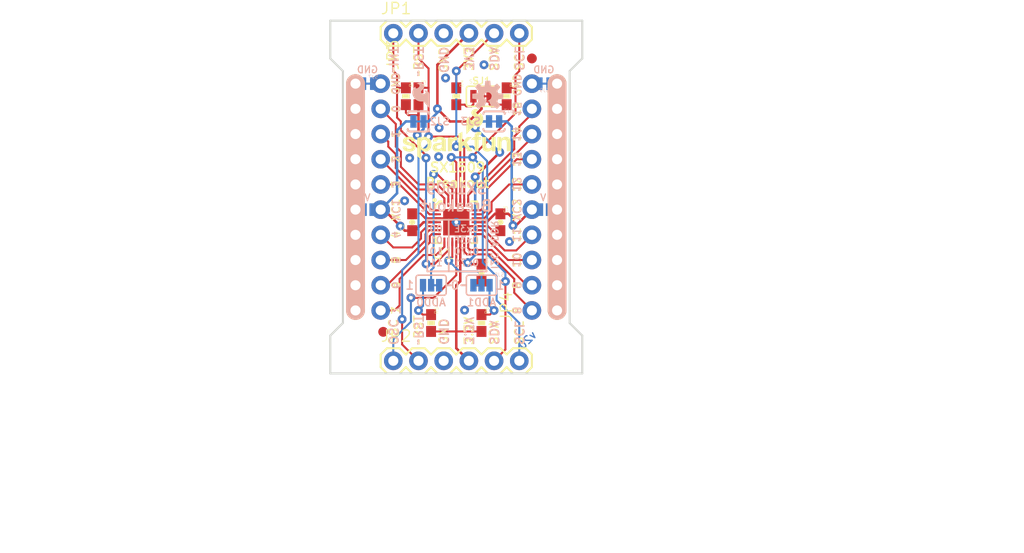
<source format=kicad_pcb>
(kicad_pcb (version 20211014) (generator pcbnew)
  (layers (0 "F.Cu" signal) (31 "B.Cu" signal) (34 "B.Paste" user) (35 "F.Paste" user) (36 "B.SilkS" user "B.Silkscreen") (37 "F.SilkS" user "F.Silkscreen") (38 "B.Mask" user) (39 "F.Mask" user) (44 "Edge.Cuts" user))
  (net 0 "")
  (net 1 "GND")
  (net 2 "3.3V")
  (net 3 "8")
  (net 4 "9")
  (net 5 "10")
  (net 6 "11")
  (net 7 "12")
  (net 8 "13")
  (net 9 "14")
  (net 10 "15")
  (net 11 "0")
  (net 12 "1")
  (net 13 "2")
  (net 14 "3")
  (net 15 "4")
  (net 16 "5")
  (net 17 "6")
  (net 18 "7")
  (net 19 "VCC2")
  (net 20 "VCC1")
  (net 21 "~{RESET}")
  (net 22 "SDA")
  (net 23 "SCL")
  (net 24 "~{INT}")
  (net 25 "OSCIO")
  (net 26 "ADDR0")
  (net 27 "ADDR1")
  (net 28 "N$1")
  (net 29 "N$2")
  (net 30 "N$8")
  (net 31 "N$9")
  (net 32 "PWRBUSA")
  (net 33 "N$3")
  (footprint "boardEagle:0603-RES" (layer "F.Cu") (at 153.5811 94.8436 -90)
    (fp_text reference "R2")
    (fp_text value "10K")
  )
  (footprint "boardEagle:0603-RES" (layer "F.Cu") (at 148.5011 94.8436 -90)
    (fp_text reference "R4")
    (fp_text value "10K")
  )
  (footprint "boardEagle:0603-CAP" (layer "F.Cu") (at 144.0561 107.5436 90)
    (fp_text reference "C2")
    (fp_text value "0.1uF")
  )
  (footprint "boardEagle:0603-CAP" (layer "F.Cu") (at 152.9461 107.5436 -90)
    (fp_text reference "C3")
    (fp_text value "0.1uF")
  )
  (footprint "boardEagle:STAND-OFF" (layer "F.Cu") (at 158.7881 89.6366)
    (fp_text reference "STANDOFF4" hide)
    (fp_text value "STAND-OFF" hide)
  )
  (footprint "boardEagle:0603-RES" (layer "F.Cu") (at 144.6911 94.8436 -90)
    (fp_text reference "R3")
    (fp_text value "10K")
  )
  (footprint "boardEagle:CREATIVE_COMMONS" (layer "F.Cu") (at 122.824644 140.5636)
    (fp_text reference "FRAME1" hide)
    (fp_text value "" hide)
  )
  (footprint "boardEagle:FIDUCIAL-1X2" (layer "F.Cu") (at 156.1211 91.0336)
    (fp_text reference "JP9" hide)
    (fp_text value "FIDUCIAL1X2" hide)
  )
  (footprint "boardEagle:SFE_LOGO_NAME_FLAME_.1" (layer "F.Cu") (at 142.6591 101.3206)
    (fp_text reference "LOGO1" hide)
    (fp_text value "SFE_LOGO_NAME_FLAME.1_INCH" hide)
  )
  (footprint "boardEagle:0603-CAP" (layer "F.Cu") (at 151.0411 112.6236 -90)
    (fp_text reference "C1")
    (fp_text value "0.1uF")
  )
  (footprint "boardEagle:0603-RES" (layer "F.Cu") (at 151.0411 117.7036 -90)
    (fp_text reference "R6")
    (fp_text value "10K")
  )
  (footprint "boardEagle:2X10_ROUND_NOSILK" (layer "F.Cu") (at 139.6111 105.0036 -90)
    (fp_text reference "JP3")
    (fp_text value "")
  )
  (footprint "boardEagle:1X06" (layer "F.Cu") (at 142.1511 88.4936)
    (fp_text reference "JP1")
    (fp_text value "")
  )
  (footprint "boardEagle:2X10_ROUND_NOSILK" (layer "F.Cu") (at 157.3911 105.0036 90)
    (fp_text reference "JP4")
    (fp_text value "")
  )
  (footprint "boardEagle:0603-RES" (layer "F.Cu") (at 143.4211 94.8436 -90)
    (fp_text reference "R1")
    (fp_text value "10K")
  )
  (footprint "boardEagle:QFN-28" (layer "F.Cu") (at 148.5011 107.5436)
    (fp_text reference "U1")
    (fp_text value "SX1509")
  )
  (footprint "boardEagle:1X06" (layer "F.Cu") (at 142.1511 121.5136)
    (fp_text reference "JP2")
    (fp_text value "")
  )
  (footprint "boardEagle:STAND-OFF" (layer "F.Cu") (at 138.2141 120.3706)
    (fp_text reference "STANDOFF1" hide)
    (fp_text value "STAND-OFF" hide)
  )
  (footprint "boardEagle:PAD-JUMPER-3-3OF3_NC_BY_TRACE_YES_SILK_FULL_BOX" (layer "F.Cu") (at 151.0411 94.8436)
    (fp_text reference "SJ1")
    (fp_text value "")
  )
  (footprint "boardEagle:FIDUCIAL-1X2" (layer "F.Cu") (at 141.1351 118.5926)
    (fp_text reference "JP10" hide)
    (fp_text value "FIDUCIAL1X2" hide)
  )
  (footprint "boardEagle:STAND-OFF" (layer "F.Cu") (at 138.2141 89.6366)
    (fp_text reference "STANDOFF2" hide)
    (fp_text value "STAND-OFF" hide)
  )
  (footprint "boardEagle:STAND-OFF" (layer "F.Cu") (at 158.7881 120.3706)
    (fp_text reference "STANDOFF3" hide)
    (fp_text value "STAND-OFF" hide)
  )
  (footprint "boardEagle:0603-RES" (layer "F.Cu") (at 145.9611 117.7036 -90)
    (fp_text reference "R5")
    (fp_text value "10K")
  )
  (footprint "boardEagle:PAD-JUMPER-2-NO_NO_SILK" (layer "B.Cu") (at 139.6111 106.2736)
    (fp_text reference "SJ6")
    (fp_text value "A-VCC1")
  )
  (footprint "boardEagle:PAD-JUMPER-2-NC_BY_TRACE_YES_SILK" (layer "B.Cu") (at 144.6911 97.3836)
    (fp_text reference "SJ2")
    (fp_text value "VCC1-3.3V")
  )
  (footprint "boardEagle:PAD-JUMPER-2-NC_BY_TRACE_NO_SILK" (layer "B.Cu") (at 139.6111 93.5736 180)
    (fp_text reference "SJ7")
    (fp_text value "GND")
  )
  (footprint "boardEagle:PAD-JUMPER-2-NO_NO_SILK" (layer "B.Cu") (at 157.3911 106.2736 180)
    (fp_text reference "SJ8")
    (fp_text value "B-VCC2")
  )
  (footprint "boardEagle:PAD-JUMPER-3-2OF3_NC_BY_TRACE_YES_SILK_FULL_BOX" (layer "B.Cu") (at 151.0411 113.8936 180)
    (fp_text reference "SJ5")
    (fp_text value "")
  )
  (footprint "boardEagle:PAD-JUMPER-2-NC_BY_TRACE_NO_SILK" (layer "B.Cu") (at 157.3911 93.5736)
    (fp_text reference "SJ9")
    (fp_text value "GND")
  )
  (footprint "boardEagle:PAD-JUMPER-3-2OF3_NC_BY_TRACE_YES_SILK_FULL_BOX" (layer "B.Cu") (at 145.9611 113.8936)
    (fp_text reference "SJ4")
    (fp_text value "")
  )
  (footprint "boardEagle:SFE_LOGO_FLAME_.1" (layer "B.Cu") (at 146.0881 96.3676 180)
    (fp_text reference "LOGO2" hide)
    (fp_text value "SFE_LOGO_FLAME.1_INCH" hide)
  )
  (footprint "boardEagle:PAD-JUMPER-2-NC_BY_TRACE_YES_SILK" (layer "B.Cu") (at 152.3111 97.3836 180)
    (fp_text reference "SJ3")
    (fp_text value "VCC2-3.3V")
  )
  (footprint "boardEagle:OSHW-LOGO-S" (layer "B.Cu") (at 151.6761 94.8436 180)
    (fp_text reference "LOGO3" hide)
    (fp_text value "OSHW-LOGOS" hide)
  )
  (gr_line (start 138.3411 93.5736) (end 138.3411 116.4336) (layer "B.SilkS") (width 1.905))
  (gr_line (start 149.4536 113.8936) (end 149.0091 113.8936) (layer "B.SilkS") (width 0.2032))
  (gr_line (start 147.7391 112.3696) (end 147.7391 107.2896) (layer "B.SilkS") (width 0.1778))
  (gr_line (start 151.5491 112.4966) (end 145.5801 112.4966) (layer "B.SilkS") (width 0.1778))
  (gr_line (start 158.6611 93.5736) (end 158.6611 116.4336) (layer "B.SilkS") (width 1.905))
  (gr_line (start 145.5801 107.2896) (end 147.7391 107.2896) (layer "B.SilkS") (width 0.1778))
  (gr_line (start 147.5486 113.8936) (end 147.9296 113.8936) (layer "B.SilkS") (width 0.2032))
  (gr_line (start 151.5491 107.2896) (end 151.5491 112.4966) (layer "B.SilkS") (width 0.1778))
  (gr_line (start 147.7391 107.2896) (end 151.5491 107.2896) (layer "B.SilkS") (width 0.1778))
  (gr_line (start 145.5801 112.4966) (end 145.5801 107.2896) (layer "B.SilkS") (width 0.1778))
  (gr_line (start 138.3411 93.5736) (end 138.3411 116.4336) (layer "F.SilkS") (width 1.905))
  (gr_line (start 158.6611 93.5736) (end 158.6611 116.4336) (layer "F.SilkS") (width 1.905))
  (gr_line (start 159.9311 117.7036) (end 159.9311 92.3036) (layer "Edge.Cuts") (width 0.2032))
  (gr_line (start 135.8011 118.9736) (end 135.8011 122.7836) (layer "Edge.Cuts") (width 0.2032))
  (gr_line (start 135.8011 91.0336) (end 137.0711 92.3036) (layer "Edge.Cuts") (width 0.2032))
  (gr_line (start 161.2011 122.7836) (end 161.2011 118.9736) (layer "Edge.Cuts") (width 0.2032))
  (gr_line (start 161.2011 91.0336) (end 161.2011 87.2236) (layer "Edge.Cuts") (width 0.2032))
  (gr_line (start 159.9311 92.3036) (end 161.2011 91.0336) (layer "Edge.Cuts") (width 0.2032))
  (gr_line (start 135.8011 87.2236) (end 135.8011 91.0336) (layer "Edge.Cuts") (width 0.2032))
  (gr_line (start 135.8011 122.7836) (end 161.2011 122.7836) (layer "Edge.Cuts") (width 0.2032))
  (gr_line (start 137.0711 117.7036) (end 135.8011 118.9736) (layer "Edge.Cuts") (width 0.2032))
  (gr_line (start 161.2011 118.9736) (end 159.9311 117.7036) (layer "Edge.Cuts") (width 0.2032))
  (gr_line (start 161.2011 87.2236) (end 135.8011 87.2236) (layer "Edge.Cuts") (width 0.2032))
  (gr_line (start 137.0711 92.3036) (end 137.0711 117.7036) (layer "Edge.Cuts") (width 0.2032))
  (gr_text "v20" (at 156.7561 118.9736 -315) (layer "B.Cu") (effects (font (size 0.75565 0.75565) (thickness 0.13335)) (justify left bottom mirror)))
  (gr_text "~RST" (at 144.6911 119.9896 -90) (layer "B.SilkS") (effects (font (size 0.8636 0.8636) (thickness 0.1524)) (justify left mirror)))
  (gr_text "GND" (at 147.2311 119.9896 -90) (layer "B.SilkS") (effects (font (size 0.8636 0.8636) (thickness 0.1524)) (justify left mirror)))
  (gr_text "3V3" (at 149.7711 89.7636 -90) (layer "B.SilkS") (effects (font (size 0.8636 0.8636) (thickness 0.1524)) (justify right mirror)))
  (gr_text "6" (at 141.9479 113.8936 -90) (layer "B.SilkS") (effects (font (size 0.77724 0.77724) (thickness 0.13716)) (justify bottom mirror)))
  (gr_text "0" (at 148.3741 113.8936) (layer "B.SilkS") (effects (font (size 0.8636 0.8636) (thickness 0.1524)) (justify mirror)))
  (gr_text "I2C ADDR" (at 151.9301 109.8296 -90) (layer "B.SilkS") (effects (font (size 0.69088 0.69088) (thickness 0.12192)) (justify bottom mirror)))
  (gr_text "12" (at 155.0543 103.7336 -90) (layer "B.SilkS") (effects (font (size 0.77724 0.77724) (thickness 0.13716)) (justify top mirror)))
  (gr_text "15" (at 155.0543 96.1136 -90) (layer "B.SilkS") (effects (font (size 0.77724 0.77724) (thickness 0.13716)) (justify top mirror)))
  (gr_text "ADD1" (at 151.0411 115.1636) (layer "B.SilkS") (effects (font (size 0.77724 0.77724) (thickness 0.13716)) (justify top mirror)))
  (gr_text "9" (at 155.0543 113.8936 -90) (layer "B.SilkS") (effects (font (size 0.77724 0.77724) (thickness 0.13716)) (justify top mirror)))
  (gr_text "~INT" (at 142.1511 89.7636 -90) (layer "B.SilkS") (effects (font (size 0.8636 0.8636) (thickness 0.1524)) (justify right mirror)))
  (gr_text "SX1509\nBreakout" (at 148.5011 106.5276) (layer "B.SilkS") (effects (font (size 1.0795 1.0795) (thickness 0.1905)) (justify bottom mirror)))
  (gr_text "OSC" (at 142.1511 119.9896 -90) (layer "B.SilkS") (effects (font (size 0.8636 0.8636) (thickness 0.1524)) (justify left mirror)))
  (gr_text "0x3E" (at 149.5171 107.7976) (layer "B.SilkS") (effects (font (size 0.69088 0.69088) (thickness 0.12192)) (justify top mirror)))
  (gr_text "GND" (at 139.5476 92.5703) (layer "B.SilkS") (effects (font (size 0.69088 0.69088) (thickness 0.12192)) (justify bottom mirror)))
  (gr_text "VC2" (at 155.0543 106.2736 -90) (layer "B.SilkS") (effects (font (size 0.77724 0.77724) (thickness 0.13716)) (justify top mirror)))
  (gr_text "V" (at 157.2641 105.4608) (layer "B.SilkS") (effects (font (size 0.69088 0.69088) (thickness 0.12192)) (justify bottom mirror)))
  (gr_text "5" (at 141.9479 111.3536 -90) (layer "B.SilkS") (effects (font (size 0.77724 0.77724) (thickness 0.13716)) (justify bottom mirror)))
  (gr_text "3.3V" (at 149.7711 119.9896 -90) (layer "B.SilkS") (effects (font (size 0.8636 0.8636) (thickness 0.1524)) (justify left mirror)))
  (gr_text "V" (at 139.5476 105.4608) (layer "B.SilkS") (effects (font (size 0.69088 0.69088) (thickness 0.12192)) (justify bottom mirror)))
  (gr_text "~RST" (at 144.6911 89.7636 -90) (layer "B.SilkS") (effects (font (size 0.8636 0.8636) (thickness 0.1524)) (justify right mirror)))
  (gr_text "10" (at 146.4691 110.0836) (layer "B.SilkS") (effects (font (size 0.69088 0.69088) (thickness 0.12192)) (justify top mirror)))
  (gr_text "11" (at 146.4691 111.2266) (layer "B.SilkS") (effects (font (size 0.69088 0.69088) (thickness 0.12192)) (justify top mirror)))
  (gr_text "8" (at 155.0543 116.4336 -90) (layer "B.SilkS") (effects (font (size 0.77724 0.77724) (thickness 0.13716)) (justify top mirror)))
  (gr_text "SCL" (at 154.8511 119.9896 -90) (layer "B.SilkS") (effects (font (size 0.8636 0.8636) (thickness 0.1524)) (justify left mirror)))
  (gr_text "GND" (at 157.3276 92.5703) (layer "B.SilkS") (effects (font (size 0.69088 0.69088) (thickness 0.12192)) (justify bottom mirror)))
  (gr_text "1" (at 141.9479 98.6536 -90) (layer "B.SilkS") (effects (font (size 0.77724 0.77724) (thickness 0.13716)) (justify bottom mirror)))
  (gr_text "2" (at 141.9479 101.1936 -90) (layer "B.SilkS") (effects (font (size 0.77724 0.77724) (thickness 0.13716)) (justify bottom mirror)))
  (gr_text "01" (at 146.4691 108.9406) (layer "B.SilkS") (effects (font (size 0.69088 0.69088) (thickness 0.12192)) (justify top mirror)))
  (gr_text "SJ2" (at 145.7325 97.3836) (layer "B.SilkS") (effects (font (size 0.75565 0.75565) (thickness 0.13335)) (justify right mirror)))
  (gr_text "SDA" (at 152.3111 119.9896 -90) (layer "B.SilkS") (effects (font (size 0.8636 0.8636) (thickness 0.1524)) (justify left mirror)))
  (gr_text "4" (at 141.9479 108.8136 -90) (layer "B.SilkS") (effects (font (size 0.77724 0.77724) (thickness 0.13716)) (justify bottom mirror)))
  (gr_text "3" (at 141.9479 103.7336 -90) (layer "B.SilkS") (effects (font (size 0.77724 0.77724) (thickness 0.13716)) (justify bottom mirror)))
  (gr_text "14" (at 155.0543 98.6536 -90) (layer "B.SilkS") (effects (font (size 0.77724 0.77724) (thickness 0.13716)) (justify top mirror)))
  (gr_text "0x3F" (at 149.5171 108.9406) (layer "B.SilkS") (effects (font (size 0.69088 0.69088) (thickness 0.12192)) (justify top mirror)))
  (gr_text "11" (at 155.0543 108.8136 -90) (layer "B.SilkS") (effects (font (size 0.77724 0.77724) (thickness 0.13716)) (justify top mirror)))
  (gr_text "0" (at 141.9479 96.1136 -90) (layer "B.SilkS") (effects (font (size 0.77724 0.77724) (thickness 0.13716)) (justify bottom mirror)))
  (gr_text "0x71" (at 149.5171 111.2266) (layer "B.SilkS") (effects (font (size 0.69088 0.69088) (thickness 0.12192)) (justify top mirror)))
  (gr_text "00" (at 146.4691 107.7976) (layer "B.SilkS") (effects (font (size 0.69088 0.69088) (thickness 0.12192)) (justify top mirror)))
  (gr_text "13" (at 155.0543 101.1936 -90) (layer "B.SilkS") (effects (font (size 0.77724 0.77724) (thickness 0.13716)) (justify top mirror)))
  (gr_text "SDA" (at 152.3111 89.7636 -90) (layer "B.SilkS") (effects (font (size 0.8636 0.8636) (thickness 0.1524)) (justify right mirror)))
  (gr_text "7" (at 141.9479 116.4336 -90) (layer "B.SilkS") (effects (font (size 0.77724 0.77724) (thickness 0.13716)) (justify bottom mirror)))
  (gr_text "1" (at 152.9461 113.8936) (layer "B.SilkS") (effects (font (size 0.8636 0.8636) (thickness 0.1524)) (justify mirror)))
  (gr_text "SJ3" (at 151.0411 97.3836) (layer "B.SilkS") (effects (font (size 0.75565 0.75565) (thickness 0.13335)) (justify left mirror)))
  (gr_text "GND" (at 141.9479 93.5736 -90) (layer "B.SilkS") (effects (font (size 0.73406 0.73406) (thickness 0.12954)) (justify bottom mirror)))
  (gr_text "0x70" (at 149.5171 110.0836) (layer "B.SilkS") (effects (font (size 0.69088 0.69088) (thickness 0.12192)) (justify top mirror)))
  (gr_text "1" (at 143.8021 113.8936) (layer "B.SilkS") (effects (font (size 0.8636 0.8636) (thickness 0.1524)) (justify mirror)))
  (gr_text "SCL" (at 154.8511 89.7636 -90) (layer "B.SilkS") (effects (font (size 0.8636 0.8636) (thickness 0.1524)) (justify right mirror)))
  (gr_text "VC1" (at 141.9479 106.2736 -90) (layer "B.SilkS") (effects (font (size 0.77724 0.77724) (thickness 0.13716)) (justify bottom mirror)))
  (gr_text "ADD0" (at 145.9611 115.1636) (layer "B.SilkS") (effects (font (size 0.77724 0.77724) (thickness 0.13716)) (justify top mirror)))
  (gr_text "10" (at 155.0543 111.3536 -90) (layer "B.SilkS") (effects (font (size 0.77724 0.77724) (thickness 0.13716)) (justify top mirror)))
  (gr_text "GND" (at 155.0543 93.7006 -90) (layer "B.SilkS") (effects (font (size 0.73406 0.73406) (thickness 0.12954)) (justify top mirror)))
  (gr_text "GND" (at 147.2311 89.7636 -90) (layer "B.SilkS") (effects (font (size 0.8636 0.8636) (thickness 0.1524)) (justify right mirror)))
  (gr_text "2" (at 141.9479 101.1936 90) (layer "F.SilkS") (effects (font (size 0.77724 0.77724) (thickness 0.13716)) (justify top)))
  (gr_text "0" (at 141.9479 96.1136 90) (layer "F.SilkS") (effects (font (size 0.77724 0.77724) (thickness 0.13716)) (justify top)))
  (gr_text "~INT" (at 142.1511 89.7636 90) (layer "F.SilkS") (effects (font (size 0.8636 0.8636) (thickness 0.1524)) (justify right)))
  (gr_text "SJ1" (at 151.0411 93.7006) (layer "F.SilkS") (effects (font (size 0.69088 0.69088) (thickness 0.12192)) (justify bottom)))
  (gr_text "7" (at 141.9479 116.4336 90) (layer "F.SilkS") (effects (font (size 0.77724 0.77724) (thickness 0.13716)) (justify top)))
  (gr_text "GND" (at 141.9479 93.5736 90) (layer "F.SilkS") (effects (font (size 0.73406 0.73406) (thickness 0.12954)) (justify top)))
  (gr_text "9" (at 155.0543 113.8936 90) (layer "F.SilkS") (effects (font (size 0.77724 0.77724) (thickness 0.13716)) (justify bottom)))
  (gr_text "SDA" (at 152.3111 119.9896 90) (layer "F.SilkS") (effects (font (size 0.8636 0.8636) (thickness 0.1524)) (justify left)))
  (gr_text "SCL" (at 154.8511 89.7636 90) (layer "F.SilkS") (effects (font (size 0.8636 0.8636) (thickness 0.1524)) (justify right)))
  (gr_text "10" (at 155.0543 111.3536 90) (layer "F.SilkS") (effects (font (size 0.77724 0.77724) (thickness 0.13716)) (justify bottom)))
  (gr_text "GND" (at 155.0543 93.7006 90) (layer "F.SilkS") (effects (font (size 0.73406 0.73406) (thickness 0.12954)) (justify bottom)))
  (gr_text "1" (at 141.9479 98.6536 90) (layer "F.SilkS") (effects (font (size 0.77724 0.77724) (thickness 0.13716)) (justify top)))
  (gr_text "SCL" (at 154.8511 119.9896 90) (layer "F.SilkS") (effects (font (size 0.8636 0.8636) (thickness 0.1524)) (justify left)))
  (gr_text "~RST" (at 144.6911 89.7636 90) (layer "F.SilkS") (effects (font (size 0.8636 0.8636) (thickness 0.1524)) (justify right)))
  (gr_text "OSC" (at 142.1511 119.9896 90) (layer "F.SilkS") (effects (font (size 0.8636 0.8636) (thickness 0.1524)) (justify left)))
  (gr_text "14" (at 155.0543 98.6536 90) (layer "F.SilkS") (effects (font (size 0.77724 0.77724) (thickness 0.13716)) (justify bottom)))
  (gr_text "4" (at 141.9479 108.8136 90) (layer "F.SilkS") (effects (font (size 0.77724 0.77724) (thickness 0.13716)) (justify top)))
  (gr_text "8" (at 155.0543 116.4336 90) (layer "F.SilkS") (effects (font (size 0.77724 0.77724) (thickness 0.13716)) (justify bottom)))
  (gr_text "VC2" (at 155.0543 106.2736 90) (layer "F.SilkS") (effects (font (size 0.77724 0.77724) (thickness 0.13716)) (justify bottom)))
  (gr_text "3.3V" (at 149.7711 119.9896 90) (layer "F.SilkS") (effects (font (size 0.8636 0.8636) (thickness 0.1524)) (justify left)))
  (gr_text "SDA" (at 152.3111 89.7636 90) (layer "F.SilkS") (effects (font (size 0.8636 0.8636) (thickness 0.1524)) (justify right)))
  (gr_text "13" (at 155.0543 101.1936 90) (layer "F.SilkS") (effects (font (size 0.77724 0.77724) (thickness 0.13716)) (justify bottom)))
  (gr_text "~RST" (at 144.6911 119.9896 90) (layer "F.SilkS") (effects (font (size 0.8636 0.8636) (thickness 0.1524)) (justify left)))
  (gr_text "GND" (at 147.2311 119.9896 90) (layer "F.SilkS") (effects (font (size 0.8636 0.8636) (thickness 0.1524)) (justify left)))
  (gr_text "11" (at 155.0543 108.8136 90) (layer "F.SilkS") (effects (font (size 0.77724 0.77724) (thickness 0.13716)) (justify bottom)))
  (gr_text "15" (at 155.0543 96.1136 90) (layer "F.SilkS") (effects (font (size 0.73406 0.73406) (thickness 0.12954)) (justify bottom)))
  (gr_text "3V3" (at 149.7711 89.7636 90) (layer "F.SilkS") (effects (font (size 0.8636 0.8636) (thickness 0.1524)) (justify right)))
  (gr_text "SX1509\nBreakout" (at 148.6281 101.4476) (layer "F.SilkS") (effects (font (size 0.97155 0.97155) (thickness 0.17145)) (justify top)))
  (gr_text "12" (at 155.0543 103.7336 90) (layer "F.SilkS") (effects (font (size 0.77724 0.77724) (thickness 0.13716)) (justify bottom)))
  (gr_text "GND" (at 147.2311 89.7636 90) (layer "F.SilkS") (effects (font (size 0.8636 0.8636) (thickness 0.1524)) (justify right)))
  (gr_text "3" (at 141.9479 103.7336 90) (layer "F.SilkS") (effects (font (size 0.77724 0.77724) (thickness 0.13716)) (justify top)))
  (gr_text "VC1" (at 141.9479 106.2736 90) (layer "F.SilkS") (effects (font (size 0.77724 0.77724) (thickness 0.13716)) (justify top)))
  (gr_text "6" (at 141.9479 113.8936 90) (layer "F.SilkS") (effects (font (size 0.77724 0.77724) (thickness 0.13716)) (justify top)))
  (gr_text "5" (at 141.9479 111.3536 90) (layer "F.SilkS") (effects (font (size 0.77724 0.77724) (thickness 0.13716)) (justify top)))
  (segment (start 151.6951 107.9436) (end 152.3111 108.5596) (width 0.2032) (layer "F.Cu") (net 1))
  (segment (start 148.5011 107.5436) (end 148.9011 107.9436) (width 0.2032) (layer "F.Cu") (net 1))
  (segment (start 145.3706 107.1436) (end 146.5261 107.1436) (width 0.2032) (layer "F.Cu") (net 1))
  (segment (start 148.5011 107.1436) (end 148.5011 107.5436) (width 0.2032) (layer "F.Cu") (net 1))
  (segment (start 150.4761 107.9436) (end 151.6951 107.9436) (width 0.2032) (layer "F.Cu") (net 1))
  (segment (start 145.3706 107.1436) (end 144.8816 106.6546) (width 0.2032) (layer "F.Cu") (net 1))
  (segment (start 148.9011 107.9436) (end 150.4761 107.9436) (width 0.2032) (layer "F.Cu") (net 1))
  (segment (start 146.5261 107.1436) (end 148.1011 107.1436) (width 0.2032) (layer "F.Cu") (net 1))
  (segment (start 148.1011 107.1436) (end 148.5011 107.5436) (width 0.2032) (layer "F.Cu") (net 1))
  (via (at 143.2941 105.3846) (size 0.889) (drill 0.381) (layers "F.Cu" "B.Cu") (net 1))
  (via (at 146.7739 98.0186) (size 0.889) (drill 0.381) (layers "F.Cu" "B.Cu") (net 1))
  (via (at 151.2951 91.6686) (size 0.889) (drill 0.381) (layers "F.Cu" "B.Cu") (net 1))
  (via (at 148.5011 107.5436) (size 0.889) (drill 0.381) (layers "F.Cu" "B.Cu") (net 1))
  (via (at 149.3393 116.4082) (size 0.889) (drill 0.381) (layers "F.Cu" "B.Cu") (net 1))
  (via (at 143.8021 101.0666) (size 0.889) (drill 0.381) (layers "F.Cu" "B.Cu") (net 1))
  (via (at 153.8605 109.4994) (size 0.889) (drill 0.381) (layers "F.Cu" "B.Cu") (net 1))
  (via (at 147.4216 93.0021) (size 0.889) (drill 0.381) (layers "F.Cu" "B.Cu") (net 1))
  (via (at 146.7231 100.9396) (size 0.889) (drill 0.381) (layers "F.Cu" "B.Cu") (net 1))
  (segment (start 148.5011 107.5436) (end 148.1011 107.5436) (width 0.2032) (layer "B.Cu") (net 1))
  (segment (start 140.1191 93.5736) (end 140.8811 93.5736) (width 0.2032) (layer "B.Cu") (net 1))
  (segment (start 156.8831 93.5736) (end 156.1211 93.5736) (width 0.2032) (layer "B.Cu") (net 1))
  (segment (start 148.9011 109.5186) (end 148.9011 110.0836) (width 0.2032) (layer "F.Cu") (net 2))
  (segment (start 147.8661 97.3836) (end 146.5961 96.1136) (width 0.254) (layer "F.Cu") (net 2))
  (segment (start 149.7711 88.4936) (end 146.5961 91.6686) (width 0.254) (layer "F.Cu") (net 2))
  (segment (start 149.8101 111.7736) (end 151.0411 111.7736) (width 0.254) (layer "F.Cu") (net 2))
  (segment (start 144.6911 96.7486) (end 144.6911 98.6536) (width 0.254) (layer "F.Cu") (net 2))
  (segment (start 148.5011 118.5536) (end 148.5011 118.9736) (width 0.2032) (layer "F.Cu") (net 2))
  (segment (start 148.9011 111.6076) (end 148.9011 113.4936) (width 0.254) (layer "F.Cu") (net 2))
  (segment (start 151.0411 118.5536) (end 148.5011 118.5536) (width 0.2032) (layer "F.Cu") (net 2))
  (segment (start 151.0411 94.8436) (end 151.0411 96.1136) (width 0.254) (layer "F.Cu") (net 2))
  (segment (start 149.6441 111.6076) (end 149.8101 111.7736) (width 0.254) (layer "F.Cu") (net 2))
  (segment (start 147.8661 97.3836) (end 149.7711 97.3836) (width 0.254) (layer "F.Cu") (net 2))
  (segment (start 145.9611 118.5536) (end 148.5011 118.5536) (width 0.2032) (layer "F.Cu") (net 2))
  (segment (start 148.9011 110.0836) (end 148.9011 111.6076) (width 0.254) (layer "F.Cu") (net 2))
  (segment (start 148.5011 120.2436) (end 148.5011 118.9736) (width 0.254) (layer "F.Cu") (net 2))
  (segment (start 149.7711 121.5136) (end 148.5011 120.2436) (width 0.254) (layer "F.Cu") (net 2))
  (segment (start 151.0411 96.1136) (end 149.7711 97.3836) (width 0.254) (layer "F.Cu") (net 2))
  (segment (start 148.5011 118.9736) (end 148.5011 113.8936) (width 0.254) (layer "F.Cu") (net 2))
  (segment (start 152.8826 100.4951) (end 150.4061 102.9716) (width 0.254) (layer "F.Cu") (net 2))
  (segment (start 144.6911 95.6936) (end 144.6911 96.7486) (width 0.254) (layer "F.Cu") (net 2))
  (segment (start 149.6441 111.6076) (end 148.9011 111.6076) (width 0.254) (layer "F.Cu") (net 2))
  (segment (start 143.4211 96.4946) (end 143.6751 96.7486) (width 0.2032) (layer "F.Cu") (net 2))
  (segment (start 143.4211 95.6936) (end 143.4211 96.4946) (width 0.2032) (layer "F.Cu") (net 2))
  (segment (start 144.6911 98.6536) (end 144.5641 98.7806) (width 0.254) (layer "F.Cu") (net 2))
  (segment (start 146.5961 91.6686) (end 146.5961 96.1136) (width 0.254) (layer "F.Cu") (net 2))
  (segment (start 148.9011 113.4936) (end 148.5011 113.8936) (width 0.254) (layer "F.Cu") (net 2))
  (segment (start 143.6751 96.7486) (end 144.6911 96.7486) (width 0.2032) (layer "F.Cu") (net 2))
  (segment (start 150.4061 98.0186) (end 149.7711 97.3836) (width 0.254) (layer "F.Cu") (net 2))
  (via (at 150.4061 98.0186) (size 0.889) (drill 0.381) (layers "F.Cu" "B.Cu") (net 2))
  (via (at 144.5641 98.7806) (size 0.889) (drill 0.381) (layers "F.Cu" "B.Cu") (net 2))
  (via (at 149.6441 111.6076) (size 0.889) (drill 0.381) (layers "F.Cu" "B.Cu") (net 2))
  (via (at 152.8826 100.4951) (size 0.889) (drill 0.381) (layers "F.Cu" "B.Cu") (net 2))
  (via (at 150.4061 102.9716) (size 0.889) (drill 0.381) (layers "F.Cu" "B.Cu") (net 2))
  (via (at 146.5961 96.1136) (size 0.889) (drill 0.381) (layers "F.Cu" "B.Cu") (net 2))
  (segment (start 145.1991 98.1456) (end 144.5641 98.7806) (width 0.254) (layer "B.Cu") (net 2))
  (segment (start 146.5961 96.4946) (end 146.5961 96.1136) (width 0.254) (layer "B.Cu") (net 2))
  (segment (start 151.8031 97.3836) (end 151.0411 97.3836) (width 0.254) (layer "B.Cu") (net 2))
  (segment (start 151.0411 97.3836) (end 150.4061 98.0186) (width 0.254) (layer "B.Cu") (net 2))
  (segment (start 150.4061 98.0186) (end 152.8826 100.4951) (width 0.254) (layer "B.Cu") (net 2))
  (segment (start 145.1991 97.3836) (end 145.1991 98.1456) (width 0.254) (layer "B.Cu") (net 2))
  (segment (start 149.6441 111.6076) (end 150.4061 110.8456) (width 0.254) (layer "B.Cu") (net 2))
  (segment (start 145.7071 97.3836) (end 146.5961 96.4946) (width 0.254) (layer "B.Cu") (net 2))
  (segment (start 150.4061 110.8456) (end 150.4061 102.9716) (width 0.254) (layer "B.Cu") (net 2))
  (segment (start 145.1991 97.3836) (end 145.7071 97.3836) (width 0.254) (layer "B.Cu") (net 2))
  (segment (start 149.3011 110.5026) (end 149.5806 110.7821) (width 0.2032) (layer "F.Cu") (net 3))
  (segment (start 151.8666 110.7821) (end 149.5806 110.7821) (width 0.2032) (layer "F.Cu") (net 3))
  (segment (start 151.8666 110.7821) (end 154.3431 113.2586) (width 0.2032) (layer "F.Cu") (net 3))
  (segment (start 149.3011 109.5186) (end 149.3011 110.5026) (width 0.2032) (layer "F.Cu") (net 3))
  (segment (start 154.3431 113.2586) (end 154.3431 114.6556) (width 0.2032) (layer "F.Cu") (net 3))
  (segment (start 154.3431 114.6556) (end 156.1211 116.4336) (width 0.2032) (layer "F.Cu") (net 3))
  (segment (start 149.7011 109.5186) (end 149.7011 110.1406) (width 0.2032) (layer "F.Cu") (net 4))
  (segment (start 152.0571 110.3376) (end 155.6131 113.8936) (width 0.2032) (layer "F.Cu") (net 4))
  (segment (start 149.8981 110.3376) (end 152.0571 110.3376) (width 0.2032) (layer "F.Cu") (net 4))
  (segment (start 149.7011 110.1406) (end 149.8981 110.3376) (width 0.2032) (layer "F.Cu") (net 4))
  (segment (start 155.6131 113.8936) (end 156.1211 113.8936) (width 0.2032) (layer "F.Cu") (net 4))
  (segment (start 153.7081 111.3536) (end 156.1211 111.3536) (width 0.2032) (layer "F.Cu") (net 5))
  (segment (start 151.0981 108.7436) (end 153.7081 111.3536) (width 0.2032) (layer "F.Cu") (net 5))
  (segment (start 150.4761 108.7436) (end 151.0981 108.7436) (width 0.2032) (layer "F.Cu") (net 5))
  (segment (start 153.3779 110.3884) (end 154.5463 110.3884) (width 0.2032) (layer "F.Cu") (net 6))
  (segment (start 154.5463 110.3884) (end 156.1211 108.8136) (width 0.2032) (layer "F.Cu") (net 6))
  (segment (start 150.4761 108.3436) (end 151.3331 108.3436) (width 0.2032) (layer "F.Cu") (net 6))
  (segment (start 151.3331 108.3436) (end 153.3779 110.3884) (width 0.2032) (layer "F.Cu") (net 6))
  (segment (start 152.0571 105.5116) (end 152.0571 106.4006) (width 0.2032) (layer "F.Cu") (net 7))
  (segment (start 150.4761 107.1436) (end 151.3141 107.1436) (width 0.2032) (layer "F.Cu") (net 7))
  (segment (start 152.0571 105.5116) (end 153.8351 103.7336) (width 0.2032) (layer "F.Cu") (net 7))
  (segment (start 153.8351 103.7336) (end 156.1211 103.7336) (width 0.2032) (layer "F.Cu") (net 7))
  (segment (start 151.3141 107.1436) (end 152.0571 106.4006) (width 0.2032) (layer "F.Cu") (net 7))
  (segment (start 150.4761 106.7436) (end 151.1172 106.7436) (width 0.2032) (layer "F.Cu") (net 8))
  (segment (start 151.6126 104.1781) (end 154.5971 101.1936) (width 0.2032) (layer "F.Cu") (net 8))
  (segment (start 151.1172 106.7436) (end 151.6126 106.2482) (width 0.2032) (layer "F.Cu") (net 8))
  (segment (start 154.5971 101.1936) (end 156.1211 101.1936) (width 0.2032) (layer "F.Cu") (net 8))
  (segment (start 151.6126 106.2482) (end 151.6126 104.1781) (width 0.2032) (layer "F.Cu") (net 8))
  (segment (start 151.1681 103.9876) (end 151.1681 106.1212) (width 0.2032) (layer "F.Cu") (net 9))
  (segment (start 156.1211 99.0346) (end 156.1211 98.6536) (width 0.2032) (layer "F.Cu") (net 9))
  (segment (start 150.4761 106.3436) (end 150.9457 106.3436) (width 0.2032) (layer "F.Cu") (net 9))
  (segment (start 151.1681 106.1212) (end 150.9457 106.3436) (width 0.2032) (layer "F.Cu") (net 9))
  (segment (start 156.1211 99.0346) (end 151.1681 103.9876) (width 0.2032) (layer "F.Cu") (net 9))
  (segment (start 156.1211 96.6216) (end 156.1211 96.1136) (width 0.2032) (layer "F.Cu") (net 10))
  (segment (start 149.7011 104.8196) (end 154.3431 100.1776) (width 0.2032) (layer "F.Cu") (net 10))
  (segment (start 154.3431 100.1776) (end 154.3431 98.9076) (width 0.2032) (layer "F.Cu") (net 10))
  (segment (start 154.8511 98.3996) (end 154.8511 97.8916) (width 0.2032) (layer "F.Cu") (net 10))
  (segment (start 154.3431 98.9076) (end 154.8511 98.3996) (width 0.2032) (layer "F.Cu") (net 10))
  (segment (start 149.7011 105.5686) (end 149.7011 104.8196) (width 0.2032) (layer "F.Cu") (net 10))
  (segment (start 154.8511 97.8916) (end 156.1211 96.6216) (width 0.2032) (layer "F.Cu") (net 10))
  (segment (start 147.7011 105.5686) (end 147.7011 104.8386) (width 0.2032) (layer "F.Cu") (net 11))
  (segment (start 142.4051 97.6376) (end 140.8811 96.1136) (width 0.2032) (layer "F.Cu") (net 11))
  (segment (start 144.6911 103.7336) (end 146.5961 103.7336) (width 0.2032) (layer "F.Cu") (net 11))
  (segment (start 142.9131 101.9556) (end 144.6911 103.7336) (width 0.2032) (layer "F.Cu") (net 11))
  (segment (start 142.4051 99.9236) (end 142.4051 97.6376) (width 0.2032) (layer "F.Cu") (net 11))
  (segment (start 142.9131 100.4316) (end 142.9131 101.9556) (width 0.2032) (layer "F.Cu") (net 11))
  (segment (start 142.4051 99.9236) (end 142.9131 100.4316) (width 0.2032) (layer "F.Cu") (net 11))
  (segment (start 147.7011 104.8386) (end 146.5961 103.7336) (width 0.2032) (layer "F.Cu") (net 11))
  (segment (start 142.4051 100.6856) (end 142.4051 102.0826) (width 0.2032) (layer "F.Cu") (net 12))
  (segment (start 141.6431 99.9236) (end 142.4051 100.6856) (width 0.2032) (layer "F.Cu") (net 12))
  (segment (start 142.4051 102.0826) (end 144.5641 104.2416) (width 0.2032) (layer "F.Cu") (net 12))
  (segment (start 141.6431 99.4156) (end 140.8811 98.6536) (width 0.2032) (layer "F.Cu") (net 12))
  (segment (start 147.3011 105.5686) (end 147.3011 105.1371) (width 0.2032) (layer "F.Cu") (net 12))
  (segment (start 141.6431 99.9236) (end 141.6431 99.4156) (width 0.2032) (layer "F.Cu") (net 12))
  (segment (start 144.5641 104.2416) (end 146.4056 104.2416) (width 0.2032) (layer "F.Cu") (net 12))
  (segment (start 146.4056 104.2416) (end 147.3011 105.1371) (width 0.2032) (layer "F.Cu") (net 12))
  (segment (start 146.0311 106.3436) (end 140.8811 101.1936) (width 0.2032) (layer "F.Cu") (net 13))
  (segment (start 146.5261 106.3436) (end 146.0311 106.3436) (width 0.2032) (layer "F.Cu") (net 13))
  (segment (start 142.7861 103.7336) (end 140.8811 103.7336) (width 0.2032) (layer "F.Cu") (net 14))
  (segment (start 145.7961 106.7436) (end 142.7861 103.7336) (width 0.2032) (layer "F.Cu") (net 14))
  (segment (start 146.5261 106.7436) (end 145.7961 106.7436) (width 0.2032) (layer "F.Cu") (net 14))
  (segment (start 144.9451 108.5596) (end 144.9451 109.1946) (width 0.2032) (layer "F.Cu") (net 15))
  (segment (start 145.5611 107.9436) (end 144.9451 108.5596) (width 0.2032) (layer "F.Cu") (net 15))
  (segment (start 142.1511 110.0836) (end 144.0561 110.0836) (width 0.2032) (layer "F.Cu") (net 15))
  (segment (start 140.8811 108.8136) (end 142.1511 110.0836) (width 0.2032) (layer "F.Cu") (net 15))
  (segment (start 144.0561 110.0836) (end 144.9451 109.1946) (width 0.2032) (layer "F.Cu") (net 15))
  (segment (start 146.5261 107.9436) (end 145.5611 107.9436) (width 0.2032) (layer "F.Cu") (net 15))
  (segment (start 143.4211 111.3536) (end 140.8811 111.3536) (width 0.2032) (layer "F.Cu") (net 16))
  (segment (start 145.3896 108.7501) (end 145.3896 109.3851) (width 0.2032) (layer "F.Cu") (net 16))
  (segment (start 145.3896 109.3851) (end 143.4211 111.3536) (width 0.2032) (layer "F.Cu") (net 16))
  (segment (start 146.5261 108.3436) (end 145.7961 108.3436) (width 0.2032) (layer "F.Cu") (net 16))
  (segment (start 145.7961 108.3436) (end 145.3896 108.7501) (width 0.2032) (layer "F.Cu") (net 16))
  (segment (start 146.5261 108.7436) (end 146.0311 108.7436) (width 0.2032) (layer "F.Cu") (net 17))
  (segment (start 145.8341 109.5756) (end 141.5161 113.8936) (width 0.2032) (layer "F.Cu") (net 17))
  (segment (start 141.5161 113.8936) (end 140.8811 113.8936) (width 0.2032) (layer "F.Cu") (net 17))
  (segment (start 145.8341 108.9406) (end 145.8341 109.5756) (width 0.2032) (layer "F.Cu") (net 17))
  (segment (start 146.0311 108.7436) (end 145.8341 108.9406) (width 0.2032) (layer "F.Cu") (net 17))
  (segment (start 142.7861 115.9256) (end 142.2781 116.4336) (width 0.2032) (layer "F.Cu") (net 18))
  (segment (start 142.7861 113.2586) (end 142.7861 115.9256) (width 0.2032) (layer "F.Cu") (net 18))
  (segment (start 142.2781 116.4336) (end 140.8811 116.4336) (width 0.2032) (layer "F.Cu") (net 18))
  (segment (start 145.1991 110.8456) (end 142.7861 113.2586) (width 0.2032) (layer "F.Cu") (net 18))
  (segment (start 147.3011 110.0136) (end 146.4691 110.8456) (width 0.2032) (layer "F.Cu") (net 18))
  (segment (start 146.4691 110.8456) (end 145.1991 110.8456) (width 0.2032) (layer "F.Cu") (net 18))
  (segment (start 147.3011 109.5186) (end 147.3011 110.0136) (width 0.2032) (layer "F.Cu") (net 18))
  (segment (start 150.4761 107.5436) (end 151.0411 107.5436) (width 0.2032) (layer "F.Cu") (net 19))
  (segment (start 154.5209 107.8738) (end 154.2161 107.8738) (width 0.254) (layer "F.Cu") (net 19))
  (segment (start 151.5491 107.5436) (end 152.3991 106.6936) (width 0.254) (layer "F.Cu") (net 19))
  (segment (start 154.2161 107.1626) (end 153.7471 106.6936) (width 0.254) (layer "F.Cu") (net 19))
  (segment (start 156.1211 106.2736) (end 154.5209 107.8738) (width 0.254) (layer "F.Cu") (net 19))
  (segment (start 152.9461 106.6936) (end 153.7471 106.6936) (width 0.254) (layer "F.Cu") (net 19))
  (segment (start 154.2161 107.8738) (end 154.2161 107.1626) (width 0.254) (layer "F.Cu") (net 19))
  (segment (start 152.3991 106.6936) (end 152.9461 106.6936) (width 0.254) (layer "F.Cu") (net 19))
  (segment (start 151.0411 107.5436) (end 151.5491 107.5436) (width 0.254) (layer "F.Cu") (net 19))
  (via (at 154.2161 107.8738) (size 0.889) (drill 0.381) (layers "F.Cu" "B.Cu") (net 19))
  (segment (start 153.5811 97.3836) (end 154.0891 97.8916) (width 0.254) (layer "B.Cu") (net 19))
  (segment (start 154.0891 97.8916) (end 154.0891 107.7468) (width 0.254) (layer "B.Cu") (net 19))
  (segment (start 154.0891 107.7468) (end 154.2161 107.8738) (width 0.254) (layer "B.Cu") (net 19))
  (segment (start 152.8191 97.3836) (end 153.5811 97.3836) (width 0.254) (layer "B.Cu") (net 19))
  (segment (start 156.9411 106.2736) (end 156.1211 106.2736) (width 0.2032) (layer "B.Cu") (net 19))
  (segment (start 144.0561 108.3936) (end 143.3186 108.3936) (width 0.254) (layer "F.Cu") (net 20))
  (segment (start 146.5261 107.5436) (end 145.9611 107.5436) (width 0.2032) (layer "F.Cu") (net 20))
  (segment (start 141.1986 106.2736) (end 140.8811 106.2736) (width 0.254) (layer "F.Cu") (net 20))
  (segment (start 145.1991 107.5436) (end 144.3491 108.3936) (width 0.254) (layer "F.Cu") (net 20))
  (segment (start 144.0561 108.3936) (end 144.3491 108.3936) (width 0.254) (layer "F.Cu") (net 20))
  (segment (start 145.9611 107.5436) (end 145.1991 107.5436) (width 0.254) (layer "F.Cu") (net 20))
  (segment (start 143.3186 108.3936) (end 142.8496 107.9246) (width 0.254) (layer "F.Cu") (net 20))
  (segment (start 142.8496 107.9246) (end 141.1986 106.2736) (width 0.254) (layer "F.Cu") (net 20))
  (via (at 142.8496 107.9246) (size 0.889) (drill 0.381) (layers "F.Cu" "B.Cu") (net 20))
  (segment (start 140.0611 106.2736) (end 140.8811 106.2736) (width 0.2032) (layer "B.Cu") (net 20))
  (segment (start 142.5321 98.2726) (end 142.5321 104.6226) (width 0.254) (layer "B.Cu") (net 20))
  (segment (start 142.5321 104.6226) (end 140.8811 106.2736) (width 0.254) (layer "B.Cu") (net 20))
  (segment (start 143.4211 97.3836) (end 142.5321 98.2726) (width 0.254) (layer "B.Cu") (net 20))
  (segment (start 144.1831 97.3836) (end 143.4211 97.3836) (width 0.254) (layer "B.Cu") (net 20))
  (segment (start 145.7071 92.0496) (end 144.6911 91.0336) (width 0.2032) (layer "F.Cu") (net 21))
  (segment (start 149.3011 99.4536) (end 148.7551 98.9076) (width 0.2032) (layer "F.Cu") (net 21))
  (segment (start 149.3011 105.5686) (end 149.3011 99.4536) (width 0.2032) (layer "F.Cu") (net 21))
  (segment (start 145.7071 93.9936) (end 145.7071 92.0496) (width 0.2032) (layer "F.Cu") (net 21))
  (segment (start 144.6911 93.9936) (end 145.7071 93.9936) (width 0.2032) (layer "F.Cu") (net 21))
  (segment (start 145.7071 98.9076) (end 145.7071 93.9936) (width 0.2032) (layer "F.Cu") (net 21))
  (segment (start 143.0401 117.3226) (end 143.0401 119.8626) (width 0.2032) (layer "F.Cu") (net 21))
  (segment (start 145.7071 98.9076) (end 148.7551 98.9076) (width 0.2032) (layer "F.Cu") (net 21))
  (segment (start 144.6911 91.0336) (end 144.6911 88.4936) (width 0.2032) (layer "F.Cu") (net 21))
  (segment (start 143.0401 119.8626) (end 144.6911 121.5136) (width 0.2032) (layer "F.Cu") (net 21))
  (via (at 145.7071 98.9076) (size 0.889) (drill 0.381) (layers "F.Cu" "B.Cu") (net 21))
  (via (at 143.0401 117.3226) (size 0.889) (drill 0.381) (layers "F.Cu" "B.Cu") (net 21))
  (segment (start 144.6911 110.7186) (end 143.0401 112.3696) (width 0.2032) (layer "B.Cu") (net 21))
  (segment (start 143.0401 112.3696) (end 143.0401 117.3226) (width 0.2032) (layer "B.Cu") (net 21))
  (segment (start 145.7071 98.9076) (end 145.7071 99.6696) (width 0.2032) (layer "B.Cu") (net 21))
  (segment (start 144.6911 100.6856) (end 144.6911 110.7186) (width 0.2032) (layer "B.Cu") (net 21))
  (segment (start 145.7071 99.6696) (end 144.6911 100.6856) (width 0.2032) (layer "B.Cu") (net 21))
  (segment (start 148.5011 93.9936) (end 148.5011 92.3036) (width 0.2032) (layer "F.Cu") (net 22))
  (segment (start 148.9011 105.5686) (end 148.9011 100.3236) (width 0.2032) (layer "F.Cu") (net 22))
  (segment (start 148.5011 99.9236) (end 148.9011 100.3236) (width 0.2032) (layer "F.Cu") (net 22))
  (segment (start 152.3111 121.5136) (end 153.4541 120.3706) (width 0.2032) (layer "F.Cu") (net 22))
  (segment (start 148.5011 92.3036) (end 152.3111 88.4936) (width 0.2032) (layer "F.Cu") (net 22))
  (segment (start 153.4541 120.3706) (end 153.4541 113.5126) (width 0.2032) (layer "F.Cu") (net 22))
  (via (at 148.5011 99.9236) (size 0.889) (drill 0.381) (layers "F.Cu" "B.Cu") (net 22))
  (via (at 148.5011 92.3036) (size 0.889) (drill 0.381) (layers "F.Cu" "B.Cu") (net 22))
  (via (at 153.4541 113.5126) (size 0.889) (drill 0.381) (layers "F.Cu" "B.Cu") (net 22))
  (segment (start 148.5011 92.3036) (end 148.5011 99.9236) (width 0.2032) (layer "B.Cu") (net 22))
  (segment (start 150.1521 99.9236) (end 148.5011 99.9236) (width 0.2032) (layer "B.Cu") (net 22))
  (segment (start 150.1521 99.9236) (end 151.6126 101.3841) (width 0.2032) (layer "B.Cu") (net 22))
  (segment (start 151.6126 110.7821) (end 153.4541 112.6236) (width 0.2032) (layer "B.Cu") (net 22))
  (segment (start 153.4541 112.6236) (end 153.4541 113.5126) (width 0.2032) (layer "B.Cu") (net 22))
  (segment (start 151.6126 101.3841) (end 151.6126 110.7821) (width 0.2032) (layer "B.Cu") (net 22))
  (segment (start 148.5011 105.5686) (end 148.5011 101.5111) (width 0.2032) (layer "F.Cu") (net 23))
  (segment (start 154.4701 92.6846) (end 154.8511 92.3036) (width 0.2032) (layer "F.Cu") (net 23))
  (segment (start 150.1521 101.0031) (end 150.1521 100.8761) (width 0.2032) (layer "F.Cu") (net 23))
  (segment (start 154.4701 93.9936) (end 154.4701 92.6846) (width 0.2032) (layer "F.Cu") (net 23))
  (segment (start 148.5011 101.5111) (end 147.9931 101.0031) (width 0.2032) (layer "F.Cu") (net 23))
  (segment (start 154.4701 96.5581) (end 154.4701 93.9936) (width 0.2032) (layer "F.Cu") (net 23))
  (segment (start 154.8511 92.3036) (end 154.8511 88.4936) (width 0.2032) (layer "F.Cu") (net 23))
  (segment (start 150.1521 100.8761) (end 154.4701 96.5581) (width 0.2032) (layer "F.Cu") (net 23))
  (segment (start 153.5811 93.9936) (end 154.4701 93.9936) (width 0.2032) (layer "F.Cu") (net 23))
  (via (at 150.1521 101.0031) (size 0.889) (drill 0.381) (layers "F.Cu" "B.Cu") (net 23))
  (via (at 147.9931 101.0031) (size 0.889) (drill 0.381) (layers "F.Cu" "B.Cu") (net 23))
  (segment (start 152.5651 113.0046) (end 152.5651 115.4176) (width 0.2032) (layer "B.Cu") (net 23))
  (segment (start 150.1521 101.0031) (end 151.1681 102.0191) (width 0.2032) (layer "B.Cu") (net 23))
  (segment (start 152.5651 115.4176) (end 154.8511 117.7036) (width 0.2032) (layer "B.Cu") (net 23))
  (segment (start 151.1681 102.0191) (end 151.1681 111.6076) (width 0.2032) (layer "B.Cu") (net 23))
  (segment (start 150.1521 101.0031) (end 147.9931 101.0031) (width 0.2032) (layer "B.Cu") (net 23))
  (segment (start 154.8511 117.7036) (end 154.8511 121.5136) (width 0.2032) (layer "B.Cu") (net 23))
  (segment (start 151.1681 111.6076) (end 152.5651 113.0046) (width 0.2032) (layer "B.Cu") (net 23))
  (segment (start 142.5321 92.6846) (end 142.1511 92.3036) (width 0.2032) (layer "F.Cu") (net 24))
  (segment (start 142.5321 93.9936) (end 142.5321 92.6846) (width 0.2032) (layer "F.Cu") (net 24))
  (segment (start 146.3421 111.7346) (end 145.4531 111.7346) (width 0.2032) (layer "F.Cu") (net 24))
  (segment (start 145.4531 101.0666) (end 145.4531 100.8126) (width 0.2032) (layer "F.Cu") (net 24))
  (segment (start 147.7011 109.5186) (end 147.7011 110.3756) (width 0.2032) (layer "F.Cu") (net 24))
  (segment (start 142.5321 97.0026) (end 142.9131 97.3836) (width 0.2032) (layer "F.Cu") (net 24))
  (segment (start 142.1511 92.3036) (end 142.1511 88.4936) (width 0.2032) (layer "F.Cu") (net 24))
  (segment (start 143.4211 93.9936) (end 142.5321 93.9936) (width 0.2032) (layer "F.Cu") (net 24))
  (segment (start 142.5321 93.9936) (end 142.5321 97.0026) (width 0.2032) (layer "F.Cu") (net 24))
  (segment (start 147.7011 110.3756) (end 146.3421 111.7346) (width 0.2032) (layer "F.Cu") (net 24))
  (segment (start 142.9131 97.3836) (end 142.9131 98.2726) (width 0.2032) (layer "F.Cu") (net 24))
  (segment (start 145.4531 100.8126) (end 142.9131 98.2726) (width 0.2032) (layer "F.Cu") (net 24))
  (via (at 145.4531 111.7346) (size 0.889) (drill 0.381) (layers "F.Cu" "B.Cu") (net 24))
  (via (at 145.4531 101.0666) (size 0.889) (drill 0.381) (layers "F.Cu" "B.Cu") (net 24))
  (segment (start 145.4531 111.7346) (end 145.4531 101.0666) (width 0.2032) (layer "B.Cu") (net 24))
  (segment (start 148.5011 109.5186) (end 148.5011 112.8776) (width 0.2032) (layer "F.Cu") (net 25))
  (segment (start 146.2151 115.1636) (end 148.5011 112.8776) (width 0.2032) (layer "F.Cu") (net 25))
  (segment (start 143.9291 115.1636) (end 146.2151 115.1636) (width 0.2032) (layer "F.Cu") (net 25))
  (via (at 143.9291 115.1636) (size 0.889) (drill 0.381) (layers "F.Cu" "B.Cu") (net 25))
  (segment (start 143.9291 115.1636) (end 143.9291 117.5766) (width 0.2032) (layer "B.Cu") (net 25))
  (segment (start 142.1511 119.3546) (end 142.1511 121.5136) (width 0.2032) (layer "B.Cu") (net 25))
  (segment (start 142.1511 119.3546) (end 143.9291 117.5766) (width 0.2032) (layer "B.Cu") (net 25))
  (segment (start 146.2151 102.7176) (end 146.5961 102.7176) (width 0.2032) (layer "F.Cu") (net 26))
  (segment (start 148.1011 105.5686) (end 148.1011 104.2226) (width 0.2032) (layer "F.Cu") (net 26))
  (segment (start 146.5961 102.7176) (end 148.1011 104.2226) (width 0.2032) (layer "F.Cu") (net 26))
  (via (at 146.2151 102.7176) (size 0.889) (drill 0.381) (layers "F.Cu" "B.Cu") (net 26))
  (segment (start 146.2151 102.7176) (end 146.2151 112.1156) (width 0.2032) (layer "B.Cu") (net 26))
  (segment (start 146.2151 112.1156) (end 145.9611 112.3696) (width 0.2032) (layer "B.Cu") (net 26))
  (segment (start 145.9611 113.8936) (end 145.9611 112.3696) (width 0.2032) (layer "B.Cu") (net 26))
  (segment (start 148.1011 111.0551) (end 147.7391 111.4171) (width 0.2032) (layer "F.Cu") (net 27))
  (segment (start 148.1011 109.5186) (end 148.1011 111.0551) (width 0.2032) (layer "F.Cu") (net 27))
  (via (at 147.7391 111.4171) (size 0.889) (drill 0.381) (layers "F.Cu" "B.Cu") (net 27))
  (segment (start 150.6601 112.4966) (end 148.8186 112.4966) (width 0.2032) (layer "B.Cu") (net 27))
  (segment (start 148.8186 112.4966) (end 147.7391 111.4171) (width 0.2032) (layer "B.Cu") (net 27))
  (segment (start 150.6601 112.4966) (end 151.0411 112.8776) (width 0.2032) (layer "B.Cu") (net 27))
  (segment (start 151.0411 112.8776) (end 151.0411 113.8936) (width 0.2032) (layer "B.Cu") (net 27))
  (segment (start 151.8539 94.8436) (end 151.8539 95.6564) (width 0.2032) (layer "F.Cu") (net 28))
  (segment (start 152.0571 95.8596) (end 152.5651 95.8596) (width 0.2032) (layer "F.Cu") (net 28))
  (segment (start 151.8539 95.6564) (end 152.0571 95.8596) (width 0.2032) (layer "F.Cu") (net 28))
  (segment (start 152.5651 95.8596) (end 152.7311 95.6936) (width 0.2032) (layer "F.Cu") (net 28))
  (segment (start 152.7311 95.6936) (end 153.5811 95.6936) (width 0.2032) (layer "F.Cu") (net 28))
  (segment (start 149.5171 95.8596) (end 149.3511 95.6936) (width 0.2032) (layer "F.Cu") (net 29))
  (segment (start 150.0251 95.8596) (end 149.5171 95.8596) (width 0.2032) (layer "F.Cu") (net 29))
  (segment (start 149.3511 95.6936) (end 148.5011 95.6936) (width 0.2032) (layer "F.Cu") (net 29))
  (segment (start 150.2283 94.8436) (end 150.2283 95.6564) (width 0.2032) (layer "F.Cu") (net 29))
  (segment (start 150.2283 95.6564) (end 150.0251 95.8596) (width 0.2032) (layer "F.Cu") (net 29))
  (segment (start 145.1111 116.8536) (end 144.6911 116.4336) (width 0.2032) (layer "F.Cu") (net 30))
  (segment (start 145.9611 116.8536) (end 145.1111 116.8536) (width 0.2032) (layer "F.Cu") (net 30))
  (via (at 144.6911 116.4336) (size 0.889) (drill 0.381) (layers "F.Cu" "B.Cu") (net 30))
  (segment (start 145.1483 115.9764) (end 144.6911 116.4336) (width 0.2032) (layer "B.Cu") (net 30))
  (segment (start 145.1483 113.8936) (end 145.1483 115.9764) (width 0.2032) (layer "B.Cu") (net 30))
  (segment (start 151.8911 116.8536) (end 152.3111 116.4336) (width 0.2032) (layer "F.Cu") (net 31))
  (segment (start 151.0411 116.8536) (end 151.8911 116.8536) (width 0.2032) (layer "F.Cu") (net 31))
  (via (at 152.3111 116.4336) (size 0.889) (drill 0.381) (layers "F.Cu" "B.Cu") (net 31))
  (segment (start 151.8539 113.8936) (end 151.8539 115.9764) (width 0.2032) (layer "B.Cu") (net 31))
  (segment (start 151.8539 115.9764) (end 152.3111 116.4336) (width 0.2032) (layer "B.Cu") (net 31))
  (segment (start 138.3411 98.6536) (end 138.3411 96.1136) (width 0.254) (layer "F.Cu") (net 32))
  (segment (start 138.3411 106.2736) (end 138.3411 103.7336) (width 0.254) (layer "F.Cu") (net 32))
  (segment (start 138.3411 101.1936) (end 138.3411 98.6536) (width 0.254) (layer "F.Cu") (net 32))
  (segment (start 138.3411 103.7336) (end 138.3411 101.1936) (width 0.254) (layer "F.Cu") (net 32))
  (segment (start 138.3411 108.8136) (end 138.3411 106.2736) (width 0.254) (layer "F.Cu") (net 32))
  (segment (start 138.3411 96.1136) (end 138.3411 93.5736) (width 0.254) (layer "F.Cu") (net 32))
  (segment (start 138.3411 116.4336) (end 138.3411 113.8936) (width 0.254) (layer "F.Cu") (net 32))
  (segment (start 138.3411 111.3536) (end 138.3411 108.8136) (width 0.254) (layer "F.Cu") (net 32))
  (segment (start 138.3411 113.8936) (end 138.3411 111.3536) (width 0.254) (layer "F.Cu") (net 32))
  (segment (start 139.1031 93.5736) (end 138.3411 93.5736) (width 0.2032) (layer "B.Cu") (net 32))
  (segment (start 139.1611 106.2736) (end 138.3411 106.2736) (width 0.2032) (layer "B.Cu") (net 32))
  (segment (start 158.6611 96.1136) (end 158.6611 98.6536) (width 0.254) (layer "F.Cu") (net 33))
  (segment (start 158.6611 98.6536) (end 158.6611 101.1936) (width 0.254) (layer "F.Cu") (net 33))
  (segment (start 158.6611 101.1936) (end 158.6611 103.7336) (width 0.254) (layer "F.Cu") (net 33))
  (segment (start 158.6611 93.5736) (end 158.6611 96.1136) (width 0.254) (layer "F.Cu") (net 33))
  (segment (start 158.6611 103.7336) (end 158.6611 106.2736) (width 0.254) (layer "F.Cu") (net 33))
  (segment (start 158.6611 106.2736) (end 158.6611 108.8136) (width 0.254) (layer "F.Cu") (net 33))
  (segment (start 158.6611 111.3536) (end 158.6611 113.8936) (width 0.254) (layer "F.Cu") (net 33))
  (segment (start 158.6611 113.8936) (end 158.6611 116.4336) (width 0.254) (layer "F.Cu") (net 33))
  (segment (start 158.6611 108.8136) (end 158.6611 111.3536) (width 0.254) (layer "F.Cu") (net 33))
  (segment (start 157.8991 93.5736) (end 158.6611 93.5736) (width 0.2032) (layer "B.Cu") (net 33))
  (segment (start 157.8411 106.2736) (end 158.6611 106.2736) (width 0.2032) (layer "B.Cu") (net 33))
)
</source>
